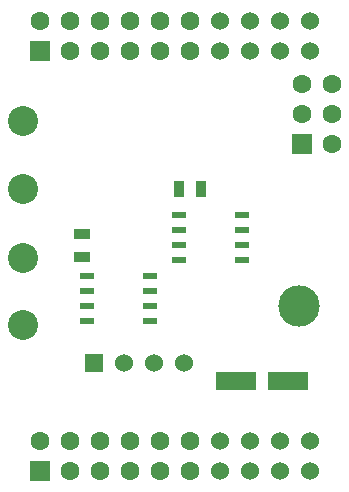
<source format=gbr>
G04 #@! TF.FileFunction,Soldermask,Bot*
%FSLAX46Y46*%
G04 Gerber Fmt 4.6, Leading zero omitted, Abs format (unit mm)*
G04 Created by KiCad (PCBNEW (2015-08-30 BZR 6133)-product) date Fr 30 Okt 2015 20:41:11 CET*
%MOMM*%
G01*
G04 APERTURE LIST*
%ADD10C,0.100000*%
%ADD11R,1.143000X0.508000*%
%ADD12R,1.651000X1.651000*%
%ADD13C,1.600200*%
%ADD14C,1.524000*%
%ADD15R,1.524000X1.524000*%
%ADD16C,2.540000*%
%ADD17R,3.500120X1.600200*%
%ADD18R,0.889000X1.397000*%
%ADD19R,1.397000X0.889000*%
%ADD20C,3.500000*%
G04 APERTURE END LIST*
D10*
D11*
X92533000Y-102495000D03*
X97867000Y-102495000D03*
X92533000Y-103765000D03*
X92533000Y-105035000D03*
X92533000Y-106305000D03*
X97867000Y-103765000D03*
X97867000Y-105035000D03*
X97867000Y-106305000D03*
D12*
X88570000Y-83387500D03*
D13*
X88570000Y-80847500D03*
X91110000Y-83387500D03*
X91110000Y-80847500D03*
X93650000Y-83387500D03*
X93650000Y-80847500D03*
X96190000Y-83387500D03*
X96190000Y-80847500D03*
X98730000Y-83387500D03*
X98730000Y-80847500D03*
X101270000Y-83387500D03*
X101270000Y-80847500D03*
D14*
X103810000Y-83387500D03*
X103810000Y-80847500D03*
X106350000Y-83387500D03*
X106350000Y-80847500D03*
X108890000Y-83387500D03*
X108890000Y-80847500D03*
X111430000Y-83387500D03*
X111430000Y-80847500D03*
D15*
X93142000Y-109803500D03*
D14*
X95682000Y-109803500D03*
X98222000Y-109803500D03*
X100762000Y-109803500D03*
D16*
X87170000Y-89352500D03*
D17*
X109565640Y-111327500D03*
X105166360Y-111327500D03*
D18*
X102222500Y-95071500D03*
X100317500Y-95071500D03*
D19*
X92126000Y-98945000D03*
X92126000Y-100850000D03*
D12*
X88570000Y-118947500D03*
D13*
X88570000Y-116407500D03*
X91110000Y-118947500D03*
X91110000Y-116407500D03*
X93650000Y-118947500D03*
X93650000Y-116407500D03*
X96190000Y-118947500D03*
X96190000Y-116407500D03*
X98730000Y-118947500D03*
X98730000Y-116407500D03*
X101270000Y-118947500D03*
X101270000Y-116407500D03*
D14*
X103810000Y-118947500D03*
X103810000Y-116407500D03*
X106350000Y-118947500D03*
X106350000Y-116407500D03*
X108890000Y-118947500D03*
X108890000Y-116407500D03*
X111430000Y-118947500D03*
X111430000Y-116407500D03*
D16*
X87170000Y-95152500D03*
X87170000Y-100952500D03*
X87170000Y-106652500D03*
D11*
X100333000Y-97345000D03*
X105667000Y-97345000D03*
X100333000Y-98615000D03*
X100333000Y-99885000D03*
X100333000Y-101155000D03*
X105667000Y-98615000D03*
X105667000Y-99885000D03*
X105667000Y-101155000D03*
D12*
X110750000Y-91342500D03*
D13*
X113290000Y-91342500D03*
X110750000Y-88802500D03*
X113290000Y-88802500D03*
X110750000Y-86262500D03*
X113290000Y-86262500D03*
D20*
X110500000Y-105000000D03*
M02*

</source>
